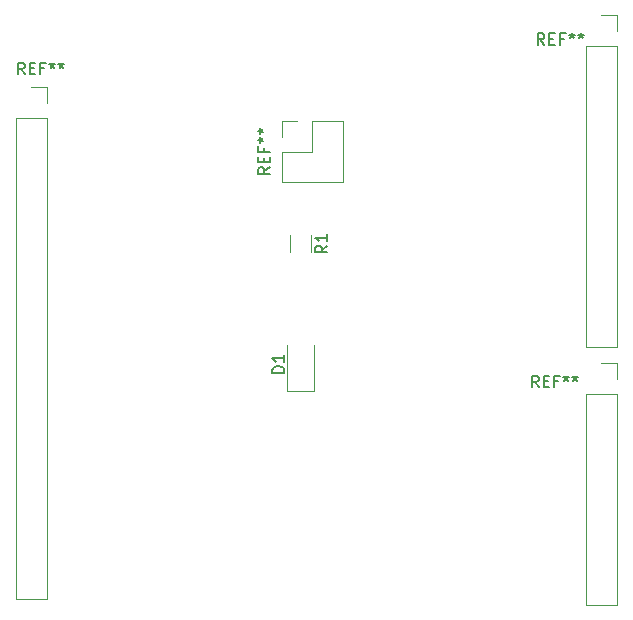
<source format=gbr>
%TF.GenerationSoftware,KiCad,Pcbnew,8.0.5*%
%TF.CreationDate,2024-10-18T19:53:41+02:00*%
%TF.ProjectId,p_ytka,70427974-6b61-42e6-9b69-6361645f7063,rev?*%
%TF.SameCoordinates,Original*%
%TF.FileFunction,Legend,Top*%
%TF.FilePolarity,Positive*%
%FSLAX46Y46*%
G04 Gerber Fmt 4.6, Leading zero omitted, Abs format (unit mm)*
G04 Created by KiCad (PCBNEW 8.0.5) date 2024-10-18 19:53:41*
%MOMM*%
%LPD*%
G01*
G04 APERTURE LIST*
%ADD10C,0.150000*%
%ADD11C,0.120000*%
G04 APERTURE END LIST*
D10*
X126134819Y-82238094D02*
X125134819Y-82238094D01*
X125134819Y-82238094D02*
X125134819Y-81999999D01*
X125134819Y-81999999D02*
X125182438Y-81857142D01*
X125182438Y-81857142D02*
X125277676Y-81761904D01*
X125277676Y-81761904D02*
X125372914Y-81714285D01*
X125372914Y-81714285D02*
X125563390Y-81666666D01*
X125563390Y-81666666D02*
X125706247Y-81666666D01*
X125706247Y-81666666D02*
X125896723Y-81714285D01*
X125896723Y-81714285D02*
X125991961Y-81761904D01*
X125991961Y-81761904D02*
X126087200Y-81857142D01*
X126087200Y-81857142D02*
X126134819Y-81999999D01*
X126134819Y-81999999D02*
X126134819Y-82238094D01*
X126134819Y-80714285D02*
X126134819Y-81285713D01*
X126134819Y-80999999D02*
X125134819Y-80999999D01*
X125134819Y-80999999D02*
X125277676Y-81095237D01*
X125277676Y-81095237D02*
X125372914Y-81190475D01*
X125372914Y-81190475D02*
X125420533Y-81285713D01*
X129774819Y-71449166D02*
X129298628Y-71782499D01*
X129774819Y-72020594D02*
X128774819Y-72020594D01*
X128774819Y-72020594D02*
X128774819Y-71639642D01*
X128774819Y-71639642D02*
X128822438Y-71544404D01*
X128822438Y-71544404D02*
X128870057Y-71496785D01*
X128870057Y-71496785D02*
X128965295Y-71449166D01*
X128965295Y-71449166D02*
X129108152Y-71449166D01*
X129108152Y-71449166D02*
X129203390Y-71496785D01*
X129203390Y-71496785D02*
X129251009Y-71544404D01*
X129251009Y-71544404D02*
X129298628Y-71639642D01*
X129298628Y-71639642D02*
X129298628Y-72020594D01*
X129774819Y-70496785D02*
X129774819Y-71068213D01*
X129774819Y-70782499D02*
X128774819Y-70782499D01*
X128774819Y-70782499D02*
X128917676Y-70877737D01*
X128917676Y-70877737D02*
X129012914Y-70972975D01*
X129012914Y-70972975D02*
X129060533Y-71068213D01*
X104166666Y-56954819D02*
X103833333Y-56478628D01*
X103595238Y-56954819D02*
X103595238Y-55954819D01*
X103595238Y-55954819D02*
X103976190Y-55954819D01*
X103976190Y-55954819D02*
X104071428Y-56002438D01*
X104071428Y-56002438D02*
X104119047Y-56050057D01*
X104119047Y-56050057D02*
X104166666Y-56145295D01*
X104166666Y-56145295D02*
X104166666Y-56288152D01*
X104166666Y-56288152D02*
X104119047Y-56383390D01*
X104119047Y-56383390D02*
X104071428Y-56431009D01*
X104071428Y-56431009D02*
X103976190Y-56478628D01*
X103976190Y-56478628D02*
X103595238Y-56478628D01*
X104595238Y-56431009D02*
X104928571Y-56431009D01*
X105071428Y-56954819D02*
X104595238Y-56954819D01*
X104595238Y-56954819D02*
X104595238Y-55954819D01*
X104595238Y-55954819D02*
X105071428Y-55954819D01*
X105833333Y-56431009D02*
X105500000Y-56431009D01*
X105500000Y-56954819D02*
X105500000Y-55954819D01*
X105500000Y-55954819D02*
X105976190Y-55954819D01*
X106500000Y-55954819D02*
X106500000Y-56192914D01*
X106261905Y-56097676D02*
X106500000Y-56192914D01*
X106500000Y-56192914D02*
X106738095Y-56097676D01*
X106357143Y-56383390D02*
X106500000Y-56192914D01*
X106500000Y-56192914D02*
X106642857Y-56383390D01*
X107261905Y-55954819D02*
X107261905Y-56192914D01*
X107023810Y-56097676D02*
X107261905Y-56192914D01*
X107261905Y-56192914D02*
X107500000Y-56097676D01*
X107119048Y-56383390D02*
X107261905Y-56192914D01*
X107261905Y-56192914D02*
X107404762Y-56383390D01*
X147666666Y-83454819D02*
X147333333Y-82978628D01*
X147095238Y-83454819D02*
X147095238Y-82454819D01*
X147095238Y-82454819D02*
X147476190Y-82454819D01*
X147476190Y-82454819D02*
X147571428Y-82502438D01*
X147571428Y-82502438D02*
X147619047Y-82550057D01*
X147619047Y-82550057D02*
X147666666Y-82645295D01*
X147666666Y-82645295D02*
X147666666Y-82788152D01*
X147666666Y-82788152D02*
X147619047Y-82883390D01*
X147619047Y-82883390D02*
X147571428Y-82931009D01*
X147571428Y-82931009D02*
X147476190Y-82978628D01*
X147476190Y-82978628D02*
X147095238Y-82978628D01*
X148095238Y-82931009D02*
X148428571Y-82931009D01*
X148571428Y-83454819D02*
X148095238Y-83454819D01*
X148095238Y-83454819D02*
X148095238Y-82454819D01*
X148095238Y-82454819D02*
X148571428Y-82454819D01*
X149333333Y-82931009D02*
X149000000Y-82931009D01*
X149000000Y-83454819D02*
X149000000Y-82454819D01*
X149000000Y-82454819D02*
X149476190Y-82454819D01*
X150000000Y-82454819D02*
X150000000Y-82692914D01*
X149761905Y-82597676D02*
X150000000Y-82692914D01*
X150000000Y-82692914D02*
X150238095Y-82597676D01*
X149857143Y-82883390D02*
X150000000Y-82692914D01*
X150000000Y-82692914D02*
X150142857Y-82883390D01*
X150761905Y-82454819D02*
X150761905Y-82692914D01*
X150523810Y-82597676D02*
X150761905Y-82692914D01*
X150761905Y-82692914D02*
X151000000Y-82597676D01*
X150619048Y-82883390D02*
X150761905Y-82692914D01*
X150761905Y-82692914D02*
X150904762Y-82883390D01*
X124934819Y-64813333D02*
X124458628Y-65146666D01*
X124934819Y-65384761D02*
X123934819Y-65384761D01*
X123934819Y-65384761D02*
X123934819Y-65003809D01*
X123934819Y-65003809D02*
X123982438Y-64908571D01*
X123982438Y-64908571D02*
X124030057Y-64860952D01*
X124030057Y-64860952D02*
X124125295Y-64813333D01*
X124125295Y-64813333D02*
X124268152Y-64813333D01*
X124268152Y-64813333D02*
X124363390Y-64860952D01*
X124363390Y-64860952D02*
X124411009Y-64908571D01*
X124411009Y-64908571D02*
X124458628Y-65003809D01*
X124458628Y-65003809D02*
X124458628Y-65384761D01*
X124411009Y-64384761D02*
X124411009Y-64051428D01*
X124934819Y-63908571D02*
X124934819Y-64384761D01*
X124934819Y-64384761D02*
X123934819Y-64384761D01*
X123934819Y-64384761D02*
X123934819Y-63908571D01*
X124411009Y-63146666D02*
X124411009Y-63479999D01*
X124934819Y-63479999D02*
X123934819Y-63479999D01*
X123934819Y-63479999D02*
X123934819Y-63003809D01*
X123934819Y-62479999D02*
X124172914Y-62479999D01*
X124077676Y-62718094D02*
X124172914Y-62479999D01*
X124172914Y-62479999D02*
X124077676Y-62241904D01*
X124363390Y-62622856D02*
X124172914Y-62479999D01*
X124172914Y-62479999D02*
X124363390Y-62337142D01*
X123934819Y-61718094D02*
X124172914Y-61718094D01*
X124077676Y-61956189D02*
X124172914Y-61718094D01*
X124172914Y-61718094D02*
X124077676Y-61479999D01*
X124363390Y-61860951D02*
X124172914Y-61718094D01*
X124172914Y-61718094D02*
X124363390Y-61575237D01*
X148166666Y-54454819D02*
X147833333Y-53978628D01*
X147595238Y-54454819D02*
X147595238Y-53454819D01*
X147595238Y-53454819D02*
X147976190Y-53454819D01*
X147976190Y-53454819D02*
X148071428Y-53502438D01*
X148071428Y-53502438D02*
X148119047Y-53550057D01*
X148119047Y-53550057D02*
X148166666Y-53645295D01*
X148166666Y-53645295D02*
X148166666Y-53788152D01*
X148166666Y-53788152D02*
X148119047Y-53883390D01*
X148119047Y-53883390D02*
X148071428Y-53931009D01*
X148071428Y-53931009D02*
X147976190Y-53978628D01*
X147976190Y-53978628D02*
X147595238Y-53978628D01*
X148595238Y-53931009D02*
X148928571Y-53931009D01*
X149071428Y-54454819D02*
X148595238Y-54454819D01*
X148595238Y-54454819D02*
X148595238Y-53454819D01*
X148595238Y-53454819D02*
X149071428Y-53454819D01*
X149833333Y-53931009D02*
X149500000Y-53931009D01*
X149500000Y-54454819D02*
X149500000Y-53454819D01*
X149500000Y-53454819D02*
X149976190Y-53454819D01*
X150500000Y-53454819D02*
X150500000Y-53692914D01*
X150261905Y-53597676D02*
X150500000Y-53692914D01*
X150500000Y-53692914D02*
X150738095Y-53597676D01*
X150357143Y-53883390D02*
X150500000Y-53692914D01*
X150500000Y-53692914D02*
X150642857Y-53883390D01*
X151261905Y-53454819D02*
X151261905Y-53692914D01*
X151023810Y-53597676D02*
X151261905Y-53692914D01*
X151261905Y-53692914D02*
X151500000Y-53597676D01*
X151119048Y-53883390D02*
X151261905Y-53692914D01*
X151261905Y-53692914D02*
X151404762Y-53883390D01*
D11*
%TO.C,D1*%
X126365000Y-79900000D02*
X126365000Y-83785000D01*
X126365000Y-83785000D02*
X128635000Y-83785000D01*
X128635000Y-83785000D02*
X128635000Y-79900000D01*
%TO.C,R1*%
X126590000Y-70555436D02*
X126590000Y-72009564D01*
X128410000Y-70555436D02*
X128410000Y-72009564D01*
%TO.C,REF\u002A\u002A*%
X106070000Y-60630000D02*
X106070000Y-101330000D01*
X106070000Y-58030000D02*
X106070000Y-59360000D01*
X104740000Y-58030000D02*
X106070000Y-58030000D01*
X103410000Y-101330000D02*
X106070000Y-101330000D01*
X103410000Y-60630000D02*
X106070000Y-60630000D01*
X103410000Y-60630000D02*
X103410000Y-101330000D01*
X151670000Y-83990000D02*
X151670000Y-101830000D01*
X151670000Y-83990000D02*
X154330000Y-83990000D01*
X151670000Y-101830000D02*
X154330000Y-101830000D01*
X153000000Y-81390000D02*
X154330000Y-81390000D01*
X154330000Y-81390000D02*
X154330000Y-82720000D01*
X154330000Y-83990000D02*
X154330000Y-101830000D01*
X125920000Y-60880000D02*
X127250000Y-60880000D01*
X125920000Y-62210000D02*
X125920000Y-60880000D01*
X125920000Y-63480000D02*
X128520000Y-63480000D01*
X125920000Y-66080000D02*
X125920000Y-63480000D01*
X125920000Y-66080000D02*
X131120000Y-66080000D01*
X128520000Y-60880000D02*
X131120000Y-60880000D01*
X128520000Y-63480000D02*
X128520000Y-60880000D01*
X131120000Y-66080000D02*
X131120000Y-60880000D01*
X151670000Y-54530000D02*
X151670000Y-79990000D01*
X151670000Y-54530000D02*
X154330000Y-54530000D01*
X151670000Y-79990000D02*
X154330000Y-79990000D01*
X153000000Y-51930000D02*
X154330000Y-51930000D01*
X154330000Y-51930000D02*
X154330000Y-53260000D01*
X154330000Y-54530000D02*
X154330000Y-79990000D01*
%TD*%
M02*

</source>
